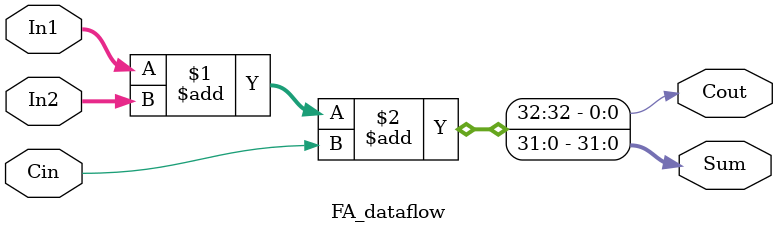
<source format=v>
module FA_dataflow (Cout, Sum,In1,In2,Cin);
input [31:0] In1,In2;
input Cin;
output Cout;
output [31:0] Sum;
assign {Cout,Sum}=In1+In2+Cin;
endmodule

// module tb32bitadd;
// reg [31:0] IN1,IN2;
// wire [31:0] OUT;
// wire Cout;
// FA_dataflow a1 (Cout,OUT,IN1,IN2,1'b0);
// initial
// begin
//     $monitor("%b %b %b %b",Cout,OUT,IN1,IN2);
// end
// initial
// begin
// IN1=32'hA5A5;
// IN2=32'h5A5A;
// #100 IN1=32'h5A5A;
// #400 $finish;
// end
// endmodule
</source>
